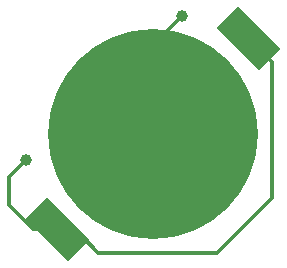
<source format=gbl>
G04 #@! TF.FileFunction,Copper,L2,Bot,Signal*
%FSLAX46Y46*%
G04 Gerber Fmt 4.6, Leading zero omitted, Abs format (unit mm)*
G04 Created by KiCad (PCBNEW 4.0.4-stable) date 01/08/17 13:20:24*
%MOMM*%
%LPD*%
G01*
G04 APERTURE LIST*
%ADD10C,0.100000*%
%ADD11C,17.780000*%
%ADD12C,1.000000*%
%ADD13C,0.304800*%
G04 APERTURE END LIST*
D10*
D11*
X207820000Y-92250000D03*
D10*
G36*
X200635795Y-103026308D02*
X197043692Y-99434205D01*
X198839743Y-97638154D01*
X202431846Y-101230257D01*
X200635795Y-103026308D01*
X200635795Y-103026308D01*
G37*
G36*
X216800257Y-86861846D02*
X213208154Y-83269743D01*
X215004205Y-81473692D01*
X218596308Y-85065795D01*
X216800257Y-86861846D01*
X216800257Y-86861846D01*
G37*
D12*
X210320000Y-82250000D03*
X214195000Y-91625000D03*
X197120000Y-94450000D03*
D13*
X207820000Y-92250000D02*
X207820000Y-84750000D01*
X207820000Y-84750000D02*
X210320000Y-82250000D01*
X199737769Y-100332231D02*
X201202231Y-100332231D01*
X201202231Y-100332231D02*
X203220000Y-102350000D01*
X217920000Y-86185538D02*
X215902231Y-84167769D01*
X217920000Y-97650000D02*
X217920000Y-86185538D01*
X213220000Y-102350000D02*
X217920000Y-97650000D01*
X203220000Y-102350000D02*
X213220000Y-102350000D01*
X197702231Y-100332231D02*
X199737769Y-100332231D01*
X195620000Y-98250000D02*
X197702231Y-100332231D01*
X195620000Y-95950000D02*
X195620000Y-98250000D01*
X197120000Y-94450000D02*
X195620000Y-95950000D01*
M02*

</source>
